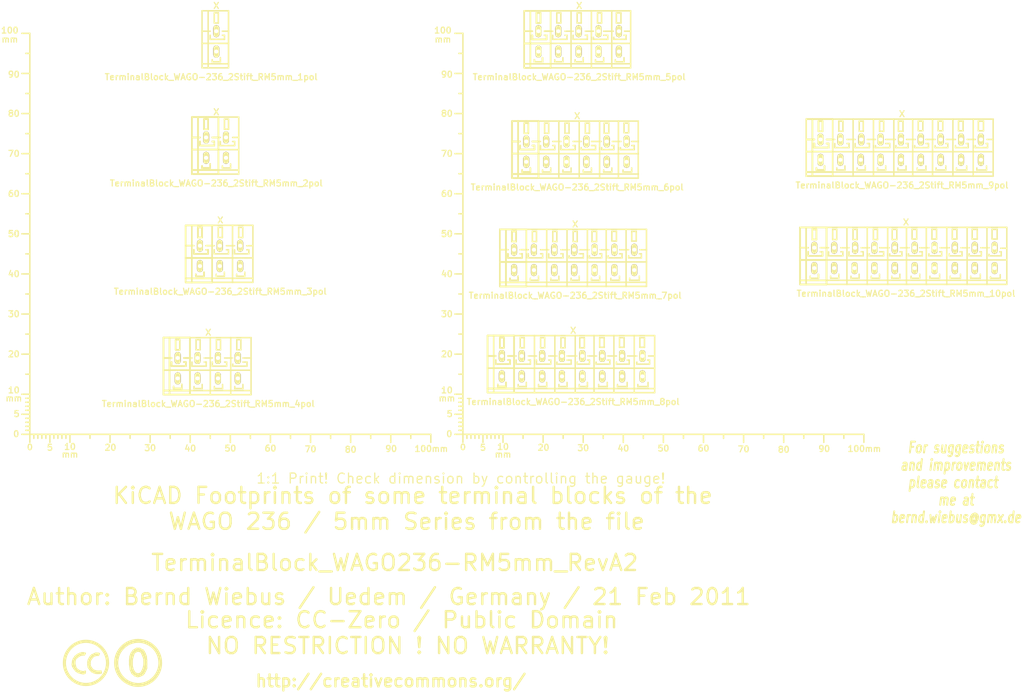
<source format=kicad_pcb>
(kicad_pcb (version 3) (host pcbnew "(2013-03-30 BZR 4007)-stable")
  (layers (15 Vorderseite signal) (0 Rückseite signal) (18 B.Paste user) (19 F.Paste user) (20 B.SilkS user) (21 F.SilkS user) (22 B.Mask user) (23 F.Mask user) (28 Edge.Cuts user))
  (net 0 "")
  (module Gauge_100mm_Type2_SilkScreenTop_RevA_Date22Jun2010 (layer Vorderseite) (at 20.50034 128.99898)
    (fp_text reference MSC hide)
    (fp_text value Gauge_100mm_Type2_SilkScreenTop_RevA_Date22Jun2010 hide)
    (fp_text user mm (at 9.99998 5.00126) (layer F.SilkS) (effects (font (size 1.524 1.524) (thickness 0.3048))))
    (fp_text user mm (at -4.0005 -8.99922) (layer F.SilkS) (effects (font (size 1.524 1.524) (thickness 0.3048))))
    (fp_text user mm (at -5.00126 -98.5012) (layer F.SilkS) (effects (font (size 1.524 1.524) (thickness 0.3048))))
    (fp_text user 10 (at 10.00506 3.0988) (layer F.SilkS) (effects (font (size 1.50114 1.50114) (thickness 0.29972))))
    (fp_text user 0 (at 0.00508 3.19786) (layer F.SilkS) (effects (font (size 1.39954 1.50114) (thickness 0.29972))))
    (fp_text user 5 (at 5.0038 3.29946) (layer F.SilkS) (effects (font (size 1.50114 1.50114) (thickness 0.29972))))
    (fp_text user 20 (at 20.1041 3.29946) (layer F.SilkS) (effects (font (size 1.50114 1.50114) (thickness 0.29972))))
    (fp_text user 30 (at 30.00502 3.39852) (layer F.SilkS) (effects (font (size 1.50114 1.50114) (thickness 0.29972))))
    (fp_text user 40 (at 40.005 3.50012) (layer F.SilkS) (effects (font (size 1.50114 1.50114) (thickness 0.29972))))
    (fp_text user 50 (at 50.00498 3.50012) (layer F.SilkS) (effects (font (size 1.50114 1.50114) (thickness 0.29972))))
    (fp_text user 60 (at 60.00496 3.50012) (layer F.SilkS) (effects (font (size 1.50114 1.50114) (thickness 0.29972))))
    (fp_text user 70 (at 70.00494 3.70078) (layer F.SilkS) (effects (font (size 1.50114 1.50114) (thickness 0.29972))))
    (fp_text user 80 (at 80.00492 3.79984) (layer F.SilkS) (effects (font (size 1.50114 1.50114) (thickness 0.29972))))
    (fp_text user 90 (at 90.1065 3.60172) (layer F.SilkS) (effects (font (size 1.50114 1.50114) (thickness 0.29972))))
    (fp_text user 100mm (at 100.10648 3.60172) (layer F.SilkS) (effects (font (size 1.50114 1.50114) (thickness 0.29972))))
    (fp_text user 100 (at -4.99872 -100.7491) (layer F.SilkS) (effects (font (size 1.50114 1.50114) (thickness 0.29972))))
    (fp_text user 90 (at -4.0005 -89.7509) (layer F.SilkS) (effects (font (size 1.50114 1.50114) (thickness 0.29972))))
    (fp_text user 80 (at -4.0005 -79.99984) (layer F.SilkS) (effects (font (size 1.50114 1.50114) (thickness 0.29972))))
    (fp_text user 70 (at -4.0005 -69.99986) (layer F.SilkS) (effects (font (size 1.50114 1.50114) (thickness 0.29972))))
    (fp_text user 60 (at -4.0005 -59.99988) (layer F.SilkS) (effects (font (size 1.50114 1.50114) (thickness 0.29972))))
    (fp_text user 50 (at -4.0005 -49.9999) (layer F.SilkS) (effects (font (size 1.50114 1.50114) (thickness 0.34036))))
    (fp_text user 40 (at -4.0005 -39.99992) (layer F.SilkS) (effects (font (size 1.50114 1.50114) (thickness 0.29972))))
    (fp_text user 30 (at -4.0005 -29.99994) (layer F.SilkS) (effects (font (size 1.50114 1.50114) (thickness 0.29972))))
    (fp_text user 20 (at -4.0005 -19.99996) (layer F.SilkS) (effects (font (size 1.50114 1.50114) (thickness 0.29972))))
    (fp_text user 5 (at -3.302 -5.10286) (layer F.SilkS) (effects (font (size 1.50114 1.50114) (thickness 0.29972))))
    (fp_text user 0 (at -3.4036 -0.10414) (layer F.SilkS) (effects (font (size 1.50114 1.50114) (thickness 0.29972))))
    (fp_text user 10 (at -4.0005 -11.00074) (layer F.SilkS) (effects (font (size 1.50114 1.50114) (thickness 0.29972))))
  )
  (module TerminalBlock_WAGO-236_2Stift_RM5mm_1pol (layer Vorderseite) (at 67.00012 30.99816)
    (fp_text reference X (at 0 -8.89) (layer F.SilkS) (effects (font (size 1.524 1.524) (thickness 0.3048))))
    (fp_text value TerminalBlock_WAGO-236_2Stift_RM5mm_1pol (at -1.27 8.89) (layer F.SilkS) (effects (font (size 1.524 1.524) (thickness 0.3048))))
    (pad 1 thru_hole oval (at 0 2.54 90) (size 2.99974 1.50114) (drill 1.00076) (layers *.Cu *.Mask F.SilkS))
    (pad 1 thru_hole oval (at 0 -2.54 90) (size 2.99974 1.50114) (drill 1.00076) (layers *.Cu *.Mask F.SilkS))
  )
  (module TerminalBlock_WAGO-236_2Stift_RM5mm_2pol (layer Vorderseite) (at 67.00012 57.49798)
    (fp_text reference X (at 0 -8.89) (layer F.SilkS) (effects (font (size 1.524 1.524) (thickness 0.3048))))
    (fp_text value TerminalBlock_WAGO-236_2Stift_RM5mm_2pol (at 0 8.89) (layer F.SilkS) (effects (font (size 1.524 1.524) (thickness 0.3048))))
    (pad 1 thru_hole oval (at -2.54 2.54 90) (size 2.99974 1.50114) (drill 1.00076) (layers *.Cu *.Mask F.SilkS))
    (pad 1 thru_hole oval (at -2.54 -2.54 90) (size 2.99974 1.50114) (drill 1.00076) (layers *.Cu *.Mask F.SilkS))
    (pad 2 thru_hole oval (at 2.413 2.54 90) (size 2.99974 1.50114) (drill 1.00076) (layers *.Cu *.Mask F.SilkS))
    (pad 2 thru_hole oval (at 2.413 -2.54 90) (size 2.99974 1.50114) (drill 1.00076) (layers *.Cu *.Mask F.SilkS))
  )
  (module TerminalBlock_WAGO-236_2Stift_RM5mm_3pol (layer Vorderseite) (at 68.00088 84.49818)
    (fp_text reference X (at 0 -8.89) (layer F.SilkS) (effects (font (size 1.524 1.524) (thickness 0.3048))))
    (fp_text value TerminalBlock_WAGO-236_2Stift_RM5mm_3pol (at 0 8.89) (layer F.SilkS) (effects (font (size 1.524 1.524) (thickness 0.3048))))
    (pad 1 thru_hole oval (at -5.08 2.54 90) (size 2.99974 1.50114) (drill 1.00076) (layers *.Cu *.Mask F.SilkS))
    (pad 1 thru_hole oval (at -5.08 -2.54 90) (size 2.99974 1.50114) (drill 1.00076) (layers *.Cu *.Mask F.SilkS))
    (pad 2 thru_hole oval (at -0.127 2.54 90) (size 2.99974 1.50114) (drill 1.00076) (layers *.Cu *.Mask F.SilkS))
    (pad 2 thru_hole oval (at -0.127 -2.54 90) (size 2.99974 1.50114) (drill 1.00076) (layers *.Cu *.Mask F.SilkS))
    (pad 3 thru_hole oval (at 4.953 2.54 90) (size 2.99974 1.50114) (drill 1.00076) (layers *.Cu *.Mask F.SilkS))
    (pad 3 thru_hole oval (at 4.953 -2.54 90) (size 2.99974 1.50114) (drill 1.00076) (layers *.Cu *.Mask F.SilkS))
  )
  (module TerminalBlock_WAGO-236_2Stift_RM5mm_4pol (layer Vorderseite) (at 65.00114 112.49914)
    (fp_text reference X (at 0 -8.89) (layer F.SilkS) (effects (font (size 1.524 1.524) (thickness 0.3048))))
    (fp_text value TerminalBlock_WAGO-236_2Stift_RM5mm_4pol (at 0 8.89) (layer F.SilkS) (effects (font (size 1.524 1.524) (thickness 0.3048))))
    (pad 1 thru_hole oval (at -7.62 2.54 90) (size 2.99974 1.50114) (drill 1.00076) (layers *.Cu *.Mask F.SilkS))
    (pad 1 thru_hole oval (at -7.62 -2.54 90) (size 2.99974 1.50114) (drill 1.00076) (layers *.Cu *.Mask F.SilkS))
    (pad 2 thru_hole oval (at -2.667 2.54 90) (size 2.99974 1.50114) (drill 1.00076) (layers *.Cu *.Mask F.SilkS))
    (pad 2 thru_hole oval (at -2.667 -2.54 90) (size 2.99974 1.50114) (drill 1.00076) (layers *.Cu *.Mask F.SilkS))
    (pad 3 thru_hole oval (at 2.413 2.54 90) (size 2.99974 1.50114) (drill 1.00076) (layers *.Cu *.Mask F.SilkS))
    (pad 3 thru_hole oval (at 2.413 -2.54 90) (size 2.99974 1.50114) (drill 1.00076) (layers *.Cu *.Mask F.SilkS))
    (pad 4 thru_hole oval (at 7.366 2.54 90) (size 2.99974 1.50114) (drill 1.00076) (layers *.Cu *.Mask F.SilkS))
    (pad 4 thru_hole oval (at 7.366 -2.54 90) (size 2.99974 1.50114) (drill 1.00076) (layers *.Cu *.Mask F.SilkS))
  )
  (module TerminalBlock_WAGO-236_2Stift_RM5mm_5pol (layer Vorderseite) (at 157.50032 31.0007)
    (fp_text reference X (at 0 -8.89) (layer F.SilkS) (effects (font (size 1.524 1.524) (thickness 0.3048))))
    (fp_text value TerminalBlock_WAGO-236_2Stift_RM5mm_5pol (at 0 8.89) (layer F.SilkS) (effects (font (size 1.524 1.524) (thickness 0.3048))))
    (pad 1 thru_hole oval (at -10.16 2.54 90) (size 2.99974 1.50114) (drill 1.00076) (layers *.Cu *.Mask F.SilkS))
    (pad 1 thru_hole oval (at -10.16 -2.54 90) (size 2.99974 1.50114) (drill 1.00076) (layers *.Cu *.Mask F.SilkS))
    (pad 2 thru_hole oval (at -5.207 2.54 90) (size 2.99974 1.50114) (drill 1.00076) (layers *.Cu *.Mask F.SilkS))
    (pad 2 thru_hole oval (at -5.207 -2.54 90) (size 2.99974 1.50114) (drill 1.00076) (layers *.Cu *.Mask F.SilkS))
    (pad 3 thru_hole oval (at -0.127 2.54 90) (size 2.99974 1.50114) (drill 1.00076) (layers *.Cu *.Mask F.SilkS))
    (pad 3 thru_hole oval (at -0.127 -2.54 90) (size 2.99974 1.50114) (drill 1.00076) (layers *.Cu *.Mask F.SilkS))
    (pad 4 thru_hole oval (at 4.826 2.54 90) (size 2.99974 1.50114) (drill 1.00076) (layers *.Cu *.Mask F.SilkS))
    (pad 4 thru_hole oval (at 4.826 -2.54 90) (size 2.99974 1.50114) (drill 1.00076) (layers *.Cu *.Mask F.SilkS))
    (pad 5 thru_hole oval (at 9.906 2.54 90) (size 2.99974 1.50114) (drill 1.00076) (layers *.Cu *.Mask F.SilkS))
    (pad 5 thru_hole oval (at 9.906 -2.54 90) (size 2.99974 1.50114) (drill 1.00076) (layers *.Cu *.Mask F.SilkS))
  )
  (module TerminalBlock_WAGO-236_2Stift_RM5mm_6pol (layer Vorderseite) (at 156.99994 58.49874)
    (fp_text reference X (at 0 -8.89) (layer F.SilkS) (effects (font (size 1.524 1.524) (thickness 0.3048))))
    (fp_text value TerminalBlock_WAGO-236_2Stift_RM5mm_6pol (at 0 8.89) (layer F.SilkS) (effects (font (size 1.524 1.524) (thickness 0.3048))))
    (pad 1 thru_hole oval (at -12.7 2.54 90) (size 2.99974 1.50114) (drill 1.00076) (layers *.Cu *.Mask F.SilkS))
    (pad 1 thru_hole oval (at -12.7 -2.54 90) (size 2.99974 1.50114) (drill 1.00076) (layers *.Cu *.Mask F.SilkS))
    (pad 2 thru_hole oval (at -7.747 2.54 90) (size 2.99974 1.50114) (drill 1.00076) (layers *.Cu *.Mask F.SilkS))
    (pad 2 thru_hole oval (at -7.747 -2.54 90) (size 2.99974 1.50114) (drill 1.00076) (layers *.Cu *.Mask F.SilkS))
    (pad 3 thru_hole oval (at -2.667 2.54 90) (size 2.99974 1.50114) (drill 1.00076) (layers *.Cu *.Mask F.SilkS))
    (pad 3 thru_hole oval (at -2.667 -2.54 90) (size 2.99974 1.50114) (drill 1.00076) (layers *.Cu *.Mask F.SilkS))
    (pad 4 thru_hole oval (at 2.286 2.54 90) (size 2.99974 1.50114) (drill 1.00076) (layers *.Cu *.Mask F.SilkS))
    (pad 4 thru_hole oval (at 2.286 -2.54 90) (size 2.99974 1.50114) (drill 1.00076) (layers *.Cu *.Mask F.SilkS))
    (pad 5 thru_hole oval (at 7.366 2.54 90) (size 2.99974 1.50114) (drill 1.00076) (layers *.Cu *.Mask F.SilkS))
    (pad 5 thru_hole oval (at 7.366 -2.54 90) (size 2.99974 1.50114) (drill 1.00076) (layers *.Cu *.Mask F.SilkS))
    (pad 6 thru_hole oval (at 12.319 2.54 90) (size 2.99974 1.50114) (drill 1.00076) (layers *.Cu *.Mask F.SilkS))
    (pad 6 thru_hole oval (at 12.319 -2.54 90) (size 2.99974 1.50114) (drill 1.00076) (layers *.Cu *.Mask F.SilkS))
  )
  (module TerminalBlock_WAGO-236_2Stift_RM5mm_7pol (layer Vorderseite) (at 156.49956 85.49894)
    (fp_text reference X (at 0 -8.89) (layer F.SilkS) (effects (font (size 1.524 1.524) (thickness 0.3048))))
    (fp_text value TerminalBlock_WAGO-236_2Stift_RM5mm_7pol (at 0 8.89) (layer F.SilkS) (effects (font (size 1.524 1.524) (thickness 0.3048))))
    (pad 1 thru_hole oval (at -15.24 2.54 90) (size 2.99974 1.50114) (drill 1.00076) (layers *.Cu *.Mask F.SilkS))
    (pad 1 thru_hole oval (at -15.24 -2.54 90) (size 2.99974 1.50114) (drill 1.00076) (layers *.Cu *.Mask F.SilkS))
    (pad 2 thru_hole oval (at -10.287 2.54 90) (size 2.99974 1.50114) (drill 1.00076) (layers *.Cu *.Mask F.SilkS))
    (pad 2 thru_hole oval (at -10.287 -2.54 90) (size 2.99974 1.50114) (drill 1.00076) (layers *.Cu *.Mask F.SilkS))
    (pad 3 thru_hole oval (at -5.207 2.54 90) (size 2.99974 1.50114) (drill 1.00076) (layers *.Cu *.Mask F.SilkS))
    (pad 3 thru_hole oval (at -5.207 -2.54 90) (size 2.99974 1.50114) (drill 1.00076) (layers *.Cu *.Mask F.SilkS))
    (pad 4 thru_hole oval (at -0.254 2.54 90) (size 2.99974 1.50114) (drill 1.00076) (layers *.Cu *.Mask F.SilkS))
    (pad 4 thru_hole oval (at -0.254 -2.54 90) (size 2.99974 1.50114) (drill 1.00076) (layers *.Cu *.Mask F.SilkS))
    (pad 5 thru_hole oval (at 4.826 2.54 90) (size 2.99974 1.50114) (drill 1.00076) (layers *.Cu *.Mask F.SilkS))
    (pad 5 thru_hole oval (at 4.826 -2.54 90) (size 2.99974 1.50114) (drill 1.00076) (layers *.Cu *.Mask F.SilkS))
    (pad 6 thru_hole oval (at 9.779 2.54 90) (size 2.99974 1.50114) (drill 1.00076) (layers *.Cu *.Mask F.SilkS))
    (pad 6 thru_hole oval (at 9.779 -2.54 90) (size 2.99974 1.50114) (drill 1.00076) (layers *.Cu *.Mask F.SilkS))
    (pad 7 thru_hole oval (at 14.732 2.54 90) (size 2.99974 1.50114) (drill 1.00076) (layers *.Cu *.Mask F.SilkS))
    (pad 7 thru_hole oval (at 14.732 -2.54 90) (size 2.99974 1.50114) (drill 1.00076) (layers *.Cu *.Mask F.SilkS))
  )
  (module TerminalBlock_WAGO-236_2Stift_RM5mm_8pol (layer Vorderseite) (at 155.99918 111.99876)
    (fp_text reference X (at 0 -8.89) (layer F.SilkS) (effects (font (size 1.524 1.524) (thickness 0.3048))))
    (fp_text value TerminalBlock_WAGO-236_2Stift_RM5mm_8pol (at 0 8.89) (layer F.SilkS) (effects (font (size 1.524 1.524) (thickness 0.3048))))
    (pad 1 thru_hole oval (at -17.78 2.54 90) (size 2.99974 1.50114) (drill 1.00076) (layers *.Cu *.Mask F.SilkS))
    (pad 1 thru_hole oval (at -17.78 -2.54 90) (size 2.99974 1.50114) (drill 1.00076) (layers *.Cu *.Mask F.SilkS))
    (pad 2 thru_hole oval (at -12.827 2.54 90) (size 2.99974 1.50114) (drill 1.00076) (layers *.Cu *.Mask F.SilkS))
    (pad 2 thru_hole oval (at -12.827 -2.54 90) (size 2.99974 1.50114) (drill 1.00076) (layers *.Cu *.Mask F.SilkS))
    (pad 3 thru_hole oval (at -7.747 2.54 90) (size 2.99974 1.50114) (drill 1.00076) (layers *.Cu *.Mask F.SilkS))
    (pad 3 thru_hole oval (at -7.747 -2.54 90) (size 2.99974 1.50114) (drill 1.00076) (layers *.Cu *.Mask F.SilkS))
    (pad 4 thru_hole oval (at -2.794 2.54 90) (size 2.99974 1.50114) (drill 1.00076) (layers *.Cu *.Mask F.SilkS))
    (pad 4 thru_hole oval (at -2.794 -2.54 90) (size 2.99974 1.50114) (drill 1.00076) (layers *.Cu *.Mask F.SilkS))
    (pad 5 thru_hole oval (at 2.286 2.54 90) (size 2.99974 1.50114) (drill 1.00076) (layers *.Cu *.Mask F.SilkS))
    (pad 5 thru_hole oval (at 2.286 -2.54 90) (size 2.99974 1.50114) (drill 1.00076) (layers *.Cu *.Mask F.SilkS))
    (pad 6 thru_hole oval (at 7.239 2.54 90) (size 2.99974 1.50114) (drill 1.00076) (layers *.Cu *.Mask F.SilkS))
    (pad 6 thru_hole oval (at 7.239 -2.54 90) (size 2.99974 1.50114) (drill 1.00076) (layers *.Cu *.Mask F.SilkS))
    (pad 7 thru_hole oval (at 12.192 2.54 90) (size 2.99974 1.50114) (drill 1.00076) (layers *.Cu *.Mask F.SilkS))
    (pad 7 thru_hole oval (at 12.192 -2.54 90) (size 2.99974 1.50114) (drill 1.00076) (layers *.Cu *.Mask F.SilkS))
    (pad 8 thru_hole oval (at 17.272 2.54 90) (size 2.99974 1.50114) (drill 1.00076) (layers *.Cu *.Mask F.SilkS))
    (pad 8 thru_hole oval (at 17.272 -2.54 90) (size 2.99974 1.50114) (drill 1.00076) (layers *.Cu *.Mask F.SilkS))
  )
  (module TerminalBlock_WAGO-236_2Stift_RM5mm_9pol (layer Vorderseite) (at 238.00054 58.0009)
    (fp_text reference X (at 0 -8.89) (layer F.SilkS) (effects (font (size 1.524 1.524) (thickness 0.3048))))
    (fp_text value TerminalBlock_WAGO-236_2Stift_RM5mm_9pol (at 0 8.89) (layer F.SilkS) (effects (font (size 1.524 1.524) (thickness 0.3048))))
    (pad 1 thru_hole oval (at -20.32 2.54 90) (size 2.99974 1.50114) (drill 1.00076) (layers *.Cu *.Mask F.SilkS))
    (pad 1 thru_hole oval (at -20.32 -2.54 90) (size 2.99974 1.50114) (drill 1.00076) (layers *.Cu *.Mask F.SilkS))
    (pad 2 thru_hole oval (at -15.367 2.54 90) (size 2.99974 1.50114) (drill 1.00076) (layers *.Cu *.Mask F.SilkS))
    (pad 2 thru_hole oval (at -15.367 -2.54 90) (size 2.99974 1.50114) (drill 1.00076) (layers *.Cu *.Mask F.SilkS))
    (pad 3 thru_hole oval (at -10.287 2.54 90) (size 2.99974 1.50114) (drill 1.00076) (layers *.Cu *.Mask F.SilkS))
    (pad 3 thru_hole oval (at -10.16 -2.54 90) (size 2.99974 1.50114) (drill 1.00076) (layers *.Cu *.Mask F.SilkS))
    (pad 4 thru_hole oval (at -5.334 2.54 90) (size 2.99974 1.50114) (drill 1.00076) (layers *.Cu *.Mask F.SilkS))
    (pad 4 thru_hole oval (at -5.334 -2.54 90) (size 2.99974 1.50114) (drill 1.00076) (layers *.Cu *.Mask F.SilkS))
    (pad 5 thru_hole oval (at -0.254 2.54 90) (size 2.99974 1.50114) (drill 1.00076) (layers *.Cu *.Mask F.SilkS))
    (pad 5 thru_hole oval (at -0.254 -2.54 90) (size 2.99974 1.50114) (drill 1.00076) (layers *.Cu *.Mask F.SilkS))
    (pad 6 thru_hole oval (at 4.699 2.54 90) (size 2.99974 1.50114) (drill 1.00076) (layers *.Cu *.Mask F.SilkS))
    (pad 6 thru_hole oval (at 4.699 -2.54 90) (size 2.99974 1.50114) (drill 1.00076) (layers *.Cu *.Mask F.SilkS))
    (pad 7 thru_hole oval (at 9.652 2.54 90) (size 2.99974 1.50114) (drill 1.00076) (layers *.Cu *.Mask F.SilkS))
    (pad 7 thru_hole oval (at 9.652 -2.54 90) (size 2.99974 1.50114) (drill 1.00076) (layers *.Cu *.Mask F.SilkS))
    (pad 8 thru_hole oval (at 14.732 2.54 90) (size 2.99974 1.50114) (drill 1.00076) (layers *.Cu *.Mask F.SilkS))
    (pad 8 thru_hole oval (at 14.732 -2.54 90) (size 2.99974 1.50114) (drill 1.00076) (layers *.Cu *.Mask F.SilkS))
    (pad 9 thru_hole oval (at 19.685 2.54 90) (size 2.99974 1.50114) (drill 1.00076) (layers *.Cu *.Mask F.SilkS))
    (pad 9 thru_hole oval (at 19.685 -2.54 90) (size 2.99974 1.50114) (drill 1.00076) (layers *.Cu *.Mask F.SilkS))
  )
  (module TerminalBlock_WAGO-236_2Stift_RM5mm_10pol (layer Vorderseite) (at 238.99876 85.0011)
    (fp_text reference X (at 0 -8.89) (layer F.SilkS) (effects (font (size 1.524 1.524) (thickness 0.3048))))
    (fp_text value TerminalBlock_WAGO-236_2Stift_RM5mm_10pol (at 0 8.89) (layer F.SilkS) (effects (font (size 1.524 1.524) (thickness 0.3048))))
    (pad 1 thru_hole oval (at -22.86 2.54 90) (size 2.99974 1.50114) (drill 1.00076) (layers *.Cu *.Mask F.SilkS))
    (pad 1 thru_hole oval (at -22.86 -2.54 90) (size 2.99974 1.50114) (drill 1.00076) (layers *.Cu *.Mask F.SilkS))
    (pad 2 thru_hole oval (at -17.907 2.54 90) (size 2.99974 1.50114) (drill 1.00076) (layers *.Cu *.Mask F.SilkS))
    (pad 2 thru_hole oval (at -17.907 -2.54 90) (size 2.99974 1.50114) (drill 1.00076) (layers *.Cu *.Mask F.SilkS))
    (pad 3 thru_hole oval (at -12.827 2.54 90) (size 2.99974 1.50114) (drill 1.00076) (layers *.Cu *.Mask F.SilkS))
    (pad 3 thru_hole oval (at -12.7 -2.54 90) (size 2.99974 1.50114) (drill 1.00076) (layers *.Cu *.Mask F.SilkS))
    (pad 4 thru_hole oval (at -7.874 2.54 90) (size 2.99974 1.50114) (drill 1.00076) (layers *.Cu *.Mask F.SilkS))
    (pad 4 thru_hole oval (at -7.874 -2.54 90) (size 2.99974 1.50114) (drill 1.00076) (layers *.Cu *.Mask F.SilkS))
    (pad 5 thru_hole oval (at -2.794 2.54 90) (size 2.99974 1.50114) (drill 1.00076) (layers *.Cu *.Mask F.SilkS))
    (pad 5 thru_hole oval (at -2.794 -2.54 90) (size 2.99974 1.50114) (drill 1.00076) (layers *.Cu *.Mask F.SilkS))
    (pad 6 thru_hole oval (at 2.159 2.54 90) (size 2.99974 1.50114) (drill 1.00076) (layers *.Cu *.Mask F.SilkS))
    (pad 6 thru_hole oval (at 2.159 -2.54 90) (size 2.99974 1.50114) (drill 1.00076) (layers *.Cu *.Mask F.SilkS))
    (pad 7 thru_hole oval (at 7.112 2.54 90) (size 2.99974 1.50114) (drill 1.00076) (layers *.Cu *.Mask F.SilkS))
    (pad 7 thru_hole oval (at 7.112 -2.54 90) (size 2.99974 1.50114) (drill 1.00076) (layers *.Cu *.Mask F.SilkS))
    (pad 8 thru_hole oval (at 12.192 2.54 90) (size 2.99974 1.50114) (drill 1.00076) (layers *.Cu *.Mask F.SilkS))
    (pad 8 thru_hole oval (at 12.192 -2.54 90) (size 2.99974 1.50114) (drill 1.00076) (layers *.Cu *.Mask F.SilkS))
    (pad 9 thru_hole oval (at 17.145 2.54 90) (size 2.99974 1.50114) (drill 1.00076) (layers *.Cu *.Mask F.SilkS))
    (pad 9 thru_hole oval (at 17.145 -2.54 90) (size 2.99974 1.50114) (drill 1.00076) (layers *.Cu *.Mask F.SilkS))
    (pad 10 thru_hole oval (at 22.098 2.54 90) (size 2.99974 1.50114) (drill 1.00076) (layers *.Cu *.Mask F.SilkS))
    (pad 10 thru_hole oval (at 22.098 -2.54 90) (size 2.99974 1.50114) (drill 1.00076) (layers *.Cu *.Mask F.SilkS))
  )
  (module Gauge_100mm_Type2_SilkScreenTop_RevA_Date22Jun2010 (layer Vorderseite) (at 128.50114 128.99898)
    (fp_text reference MSC hide)
    (fp_text value Gauge_100mm_Type2_SilkScreenTop_RevA_Date22Jun2010 hide)
    (fp_text user mm (at 9.99998 5.00126) (layer F.SilkS) (effects (font (size 1.524 1.524) (thickness 0.3048))))
    (fp_text user mm (at -4.0005 -8.99922) (layer F.SilkS) (effects (font (size 1.524 1.524) (thickness 0.3048))))
    (fp_text user mm (at -5.00126 -98.5012) (layer F.SilkS) (effects (font (size 1.524 1.524) (thickness 0.3048))))
    (fp_text user 10 (at 10.00506 3.0988) (layer F.SilkS) (effects (font (size 1.50114 1.50114) (thickness 0.29972))))
    (fp_text user 0 (at 0.00508 3.19786) (layer F.SilkS) (effects (font (size 1.39954 1.50114) (thickness 0.29972))))
    (fp_text user 5 (at 5.0038 3.29946) (layer F.SilkS) (effects (font (size 1.50114 1.50114) (thickness 0.29972))))
    (fp_text user 20 (at 20.1041 3.29946) (layer F.SilkS) (effects (font (size 1.50114 1.50114) (thickness 0.29972))))
    (fp_text user 30 (at 30.00502 3.39852) (layer F.SilkS) (effects (font (size 1.50114 1.50114) (thickness 0.29972))))
    (fp_text user 40 (at 40.005 3.50012) (layer F.SilkS) (effects (font (size 1.50114 1.50114) (thickness 0.29972))))
    (fp_text user 50 (at 50.00498 3.50012) (layer F.SilkS) (effects (font (size 1.50114 1.50114) (thickness 0.29972))))
    (fp_text user 60 (at 60.00496 3.50012) (layer F.SilkS) (effects (font (size 1.50114 1.50114) (thickness 0.29972))))
    (fp_text user 70 (at 70.00494 3.70078) (layer F.SilkS) (effects (font (size 1.50114 1.50114) (thickness 0.29972))))
    (fp_text user 80 (at 80.00492 3.79984) (layer F.SilkS) (effects (font (size 1.50114 1.50114) (thickness 0.29972))))
    (fp_text user 90 (at 90.1065 3.60172) (layer F.SilkS) (effects (font (size 1.50114 1.50114) (thickness 0.29972))))
    (fp_text user 100mm (at 100.10648 3.60172) (layer F.SilkS) (effects (font (size 1.50114 1.50114) (thickness 0.29972))))
    (fp_text user 100 (at -4.99872 -100.7491) (layer F.SilkS) (effects (font (size 1.50114 1.50114) (thickness 0.29972))))
    (fp_text user 90 (at -4.0005 -89.7509) (layer F.SilkS) (effects (font (size 1.50114 1.50114) (thickness 0.29972))))
    (fp_text user 80 (at -4.0005 -79.99984) (layer F.SilkS) (effects (font (size 1.50114 1.50114) (thickness 0.29972))))
    (fp_text user 70 (at -4.0005 -69.99986) (layer F.SilkS) (effects (font (size 1.50114 1.50114) (thickness 0.29972))))
    (fp_text user 60 (at -4.0005 -59.99988) (layer F.SilkS) (effects (font (size 1.50114 1.50114) (thickness 0.29972))))
    (fp_text user 50 (at -4.0005 -49.9999) (layer F.SilkS) (effects (font (size 1.50114 1.50114) (thickness 0.34036))))
    (fp_text user 40 (at -4.0005 -39.99992) (layer F.SilkS) (effects (font (size 1.50114 1.50114) (thickness 0.29972))))
    (fp_text user 30 (at -4.0005 -29.99994) (layer F.SilkS) (effects (font (size 1.50114 1.50114) (thickness 0.29972))))
    (fp_text user 20 (at -4.0005 -19.99996) (layer F.SilkS) (effects (font (size 1.50114 1.50114) (thickness 0.29972))))
    (fp_text user 5 (at -3.302 -5.10286) (layer F.SilkS) (effects (font (size 1.50114 1.50114) (thickness 0.29972))))
    (fp_text user 0 (at -3.4036 -0.10414) (layer F.SilkS) (effects (font (size 1.50114 1.50114) (thickness 0.29972))))
    (fp_text user 10 (at -4.0005 -11.00074) (layer F.SilkS) (effects (font (size 1.50114 1.50114) (thickness 0.29972))))
  )
  (module Symbol_CC-PublicDomain_SilkScreenTop_Big (layer Vorderseite) (at 47.5 186)
    (fp_text reference Sym hide)
    (fp_text value Symbol_CC-PublicDomain_SilkScreenTop_Big hide)
  )
  (module Symbol_CreativeCommons_SilkScreenTop_Type2_Big (layer Vorderseite) (at 34.5 186)
    (fp_text reference Sym hide)
    (fp_text value Symbol_CreativeCommons_Typ2_SilkScreenTop_Big hide)
  )
  (gr_text "1:1 Print! Check dimension by controlling the gauge!" (at 128 140) (layer F.SilkS) (effects (font (size 2.49936 2.49936) (thickness 0.29972))))
  (gr_text "Author: Bernd Wiebus / Uedem / Germany / 21 Feb 2011" (at 110 169.5) (layer F.SilkS) (effects (font (size 4.0005 4.0005) (thickness 0.59944))))
  (gr_text TerminalBlock_WAGO236-RM5mm_RevA2 (at 111.5 161) (layer F.SilkS) (effects (font (size 4.0005 4.0005) (thickness 0.59944))))
  (gr_text "KiCAD Footprints of some terminal blocks of the\nWAGO 236 / 5mm Series from the file " (at 116 147.5) (layer F.SilkS) (effects (font (size 4.0005 4.0005) (thickness 0.59944))))
  (gr_text http://creativecommons.org/ (at 110.5 190.5) (layer F.SilkS) (effects (font (size 3 3) (thickness 0.6))))
  (gr_text "Licence: CC-Zero / Public Domain \nNO RESTRICTION ! NO WARRANTY!" (at 114.7501 178.50064) (layer F.SilkS) (effects (font (size 4.0005 4.0005) (thickness 0.59944))))
  (gr_text "For suggestions\nand improvements\nplease contact \nme at\nbernd.wiebus@gmx.de" (at 251.5 141) (layer F.SilkS) (effects (font (size 2.70002 1.99898) (thickness 0.50038) italic)))
)
</source>
